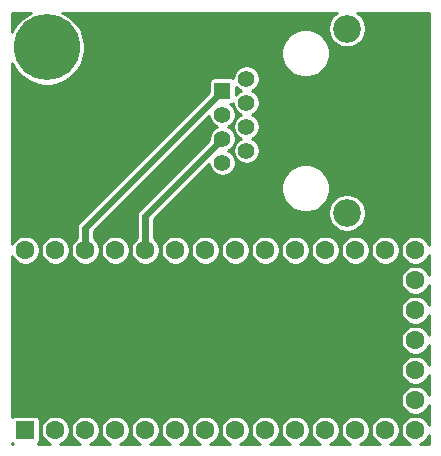
<source format=gbr>
%TF.GenerationSoftware,KiCad,Pcbnew,(5.1.8-0-10_14)*%
%TF.CreationDate,2021-03-11T09:37:04+11:00*%
%TF.ProjectId,Controller,436f6e74-726f-46c6-9c65-722e6b696361,rev?*%
%TF.SameCoordinates,Original*%
%TF.FileFunction,Copper,L1,Top*%
%TF.FilePolarity,Positive*%
%FSLAX46Y46*%
G04 Gerber Fmt 4.6, Leading zero omitted, Abs format (unit mm)*
G04 Created by KiCad (PCBNEW (5.1.8-0-10_14)) date 2021-03-11 09:37:04*
%MOMM*%
%LPD*%
G01*
G04 APERTURE LIST*
%TA.AperFunction,ComponentPad*%
%ADD10R,1.398000X1.398000*%
%TD*%
%TA.AperFunction,ComponentPad*%
%ADD11C,1.398000*%
%TD*%
%TA.AperFunction,ComponentPad*%
%ADD12C,2.355000*%
%TD*%
%TA.AperFunction,ComponentPad*%
%ADD13C,1.600000*%
%TD*%
%TA.AperFunction,ComponentPad*%
%ADD14R,1.600000X1.600000*%
%TD*%
%TA.AperFunction,ComponentPad*%
%ADD15C,5.600000*%
%TD*%
%TA.AperFunction,Conductor*%
%ADD16C,0.600000*%
%TD*%
%TA.AperFunction,NonConductor*%
%ADD17C,0.254000*%
%TD*%
%TA.AperFunction,NonConductor*%
%ADD18C,0.100000*%
%TD*%
G04 APERTURE END LIST*
D10*
%TO.P,J2,1*%
%TO.N,N/C*%
X145670000Y-82365000D03*
D11*
%TO.P,J2,2*%
X147700000Y-81345000D03*
%TO.P,J2,3*%
X147700000Y-83375000D03*
%TO.P,J2,4*%
X147700000Y-85405000D03*
%TO.P,J2,5*%
X145670000Y-84395000D03*
%TO.P,J2,6*%
X145670000Y-86425000D03*
%TO.P,J2,7*%
X145670000Y-88455000D03*
%TO.P,J2,8*%
X147700000Y-87435000D03*
D12*
%TO.P,J2,S1*%
X156210000Y-92700000D03*
%TO.P,J2,S2*%
X156210000Y-77100000D03*
%TD*%
D13*
%TO.P,U2,17*%
%TO.N,N/C*%
X162000000Y-103480000D03*
%TO.P,U2,18*%
X162000000Y-100940000D03*
%TO.P,U2,19*%
X162000000Y-98400000D03*
%TO.P,U2,20*%
X162000000Y-95860000D03*
%TO.P,U2,16*%
X162000000Y-106020000D03*
%TO.P,U2,15*%
X162000000Y-108560000D03*
%TO.P,U2,14*%
X162000000Y-111100000D03*
%TO.P,U2,21*%
X159460000Y-95860000D03*
%TO.P,U2,22*%
X156920000Y-95860000D03*
%TO.P,U2,23*%
X154380000Y-95860000D03*
%TO.P,U2,24*%
X151840000Y-95860000D03*
%TO.P,U2,25*%
X149300000Y-95860000D03*
%TO.P,U2,26*%
X146760000Y-95860000D03*
%TO.P,U2,27*%
X144220000Y-95860000D03*
%TO.P,U2,28*%
X141680000Y-95860000D03*
%TO.P,U2,29*%
X139140000Y-95860000D03*
%TO.P,U2,30*%
X136600000Y-95860000D03*
%TO.P,U2,31*%
X134060000Y-95860000D03*
%TO.P,U2,32*%
X131520000Y-95860000D03*
%TO.P,U2,33*%
X128980000Y-95860000D03*
%TO.P,U2,13*%
X159460000Y-111100000D03*
%TO.P,U2,12*%
X156920000Y-111100000D03*
%TO.P,U2,11*%
X154380000Y-111100000D03*
%TO.P,U2,10*%
X151840000Y-111100000D03*
%TO.P,U2,9*%
X149300000Y-111100000D03*
%TO.P,U2,8*%
X146760000Y-111100000D03*
%TO.P,U2,7*%
X144220000Y-111100000D03*
%TO.P,U2,6*%
X141680000Y-111100000D03*
%TO.P,U2,5*%
X139140000Y-111100000D03*
%TO.P,U2,4*%
X136600000Y-111100000D03*
%TO.P,U2,3*%
X134060000Y-111100000D03*
%TO.P,U2,2*%
X131520000Y-111100000D03*
D14*
%TO.P,U2,1*%
X128980000Y-111100000D03*
%TD*%
D15*
%TO.P,REF\u002A\u002A,1*%
%TO.N,N/C*%
X130800000Y-78700000D03*
%TD*%
D16*
%TO.N,*%
X134060000Y-93975000D02*
X145670000Y-82365000D01*
X134060000Y-95860000D02*
X134060000Y-93975000D01*
X139140000Y-92955000D02*
X139140000Y-95860000D01*
X145670000Y-86425000D02*
X139140000Y-92955000D01*
%TD*%
D17*
X127876605Y-112203395D02*
X127930956Y-112248000D01*
X127852000Y-112248000D01*
X127852000Y-112173414D01*
X127876605Y-112203395D01*
%TA.AperFunction,NonConductor*%
D18*
G36*
X127876605Y-112203395D02*
G01*
X127930956Y-112248000D01*
X127852000Y-112248000D01*
X127852000Y-112173414D01*
X127876605Y-112203395D01*
G37*
%TD.AperFunction*%
D17*
X163148001Y-112248000D02*
X162434788Y-112248000D01*
X162581202Y-112187353D01*
X162782167Y-112053073D01*
X162953073Y-111882167D01*
X163087353Y-111681202D01*
X163148001Y-111534786D01*
X163148001Y-112248000D01*
%TA.AperFunction,NonConductor*%
D18*
G36*
X163148001Y-112248000D02*
G01*
X162434788Y-112248000D01*
X162581202Y-112187353D01*
X162782167Y-112053073D01*
X162953073Y-111882167D01*
X163087353Y-111681202D01*
X163148001Y-111534786D01*
X163148001Y-112248000D01*
G37*
%TD.AperFunction*%
D17*
X155187191Y-75853704D02*
X154963704Y-76077191D01*
X154788111Y-76339984D01*
X154667161Y-76631985D01*
X154605500Y-76941971D01*
X154605500Y-77258029D01*
X154667161Y-77568015D01*
X154788111Y-77860016D01*
X154963704Y-78122809D01*
X155187191Y-78346296D01*
X155449984Y-78521889D01*
X155741985Y-78642839D01*
X156051971Y-78704500D01*
X156368029Y-78704500D01*
X156678015Y-78642839D01*
X156970016Y-78521889D01*
X157232809Y-78346296D01*
X157456296Y-78122809D01*
X157631889Y-77860016D01*
X157752839Y-77568015D01*
X157814500Y-77258029D01*
X157814500Y-76941971D01*
X157752839Y-76631985D01*
X157631889Y-76339984D01*
X157456296Y-76077191D01*
X157232809Y-75853704D01*
X157080598Y-75752000D01*
X163148000Y-75752000D01*
X163148001Y-95425213D01*
X163087353Y-95278798D01*
X162953073Y-95077833D01*
X162782167Y-94906927D01*
X162581202Y-94772647D01*
X162357903Y-94680153D01*
X162120849Y-94633000D01*
X161879151Y-94633000D01*
X161642097Y-94680153D01*
X161418798Y-94772647D01*
X161217833Y-94906927D01*
X161046927Y-95077833D01*
X160912647Y-95278798D01*
X160820153Y-95502097D01*
X160773000Y-95739151D01*
X160773000Y-95980849D01*
X160820153Y-96217903D01*
X160912647Y-96441202D01*
X161046927Y-96642167D01*
X161217833Y-96813073D01*
X161418798Y-96947353D01*
X161642097Y-97039847D01*
X161879151Y-97087000D01*
X162120849Y-97087000D01*
X162357903Y-97039847D01*
X162581202Y-96947353D01*
X162782167Y-96813073D01*
X162953073Y-96642167D01*
X163087353Y-96441202D01*
X163148001Y-96294787D01*
X163148001Y-97965213D01*
X163087353Y-97818798D01*
X162953073Y-97617833D01*
X162782167Y-97446927D01*
X162581202Y-97312647D01*
X162357903Y-97220153D01*
X162120849Y-97173000D01*
X161879151Y-97173000D01*
X161642097Y-97220153D01*
X161418798Y-97312647D01*
X161217833Y-97446927D01*
X161046927Y-97617833D01*
X160912647Y-97818798D01*
X160820153Y-98042097D01*
X160773000Y-98279151D01*
X160773000Y-98520849D01*
X160820153Y-98757903D01*
X160912647Y-98981202D01*
X161046927Y-99182167D01*
X161217833Y-99353073D01*
X161418798Y-99487353D01*
X161642097Y-99579847D01*
X161879151Y-99627000D01*
X162120849Y-99627000D01*
X162357903Y-99579847D01*
X162581202Y-99487353D01*
X162782167Y-99353073D01*
X162953073Y-99182167D01*
X163087353Y-98981202D01*
X163148001Y-98834787D01*
X163148001Y-100505214D01*
X163087353Y-100358798D01*
X162953073Y-100157833D01*
X162782167Y-99986927D01*
X162581202Y-99852647D01*
X162357903Y-99760153D01*
X162120849Y-99713000D01*
X161879151Y-99713000D01*
X161642097Y-99760153D01*
X161418798Y-99852647D01*
X161217833Y-99986927D01*
X161046927Y-100157833D01*
X160912647Y-100358798D01*
X160820153Y-100582097D01*
X160773000Y-100819151D01*
X160773000Y-101060849D01*
X160820153Y-101297903D01*
X160912647Y-101521202D01*
X161046927Y-101722167D01*
X161217833Y-101893073D01*
X161418798Y-102027353D01*
X161642097Y-102119847D01*
X161879151Y-102167000D01*
X162120849Y-102167000D01*
X162357903Y-102119847D01*
X162581202Y-102027353D01*
X162782167Y-101893073D01*
X162953073Y-101722167D01*
X163087353Y-101521202D01*
X163148001Y-101374786D01*
X163148001Y-103045214D01*
X163087353Y-102898798D01*
X162953073Y-102697833D01*
X162782167Y-102526927D01*
X162581202Y-102392647D01*
X162357903Y-102300153D01*
X162120849Y-102253000D01*
X161879151Y-102253000D01*
X161642097Y-102300153D01*
X161418798Y-102392647D01*
X161217833Y-102526927D01*
X161046927Y-102697833D01*
X160912647Y-102898798D01*
X160820153Y-103122097D01*
X160773000Y-103359151D01*
X160773000Y-103600849D01*
X160820153Y-103837903D01*
X160912647Y-104061202D01*
X161046927Y-104262167D01*
X161217833Y-104433073D01*
X161418798Y-104567353D01*
X161642097Y-104659847D01*
X161879151Y-104707000D01*
X162120849Y-104707000D01*
X162357903Y-104659847D01*
X162581202Y-104567353D01*
X162782167Y-104433073D01*
X162953073Y-104262167D01*
X163087353Y-104061202D01*
X163148001Y-103914786D01*
X163148001Y-105585214D01*
X163087353Y-105438798D01*
X162953073Y-105237833D01*
X162782167Y-105066927D01*
X162581202Y-104932647D01*
X162357903Y-104840153D01*
X162120849Y-104793000D01*
X161879151Y-104793000D01*
X161642097Y-104840153D01*
X161418798Y-104932647D01*
X161217833Y-105066927D01*
X161046927Y-105237833D01*
X160912647Y-105438798D01*
X160820153Y-105662097D01*
X160773000Y-105899151D01*
X160773000Y-106140849D01*
X160820153Y-106377903D01*
X160912647Y-106601202D01*
X161046927Y-106802167D01*
X161217833Y-106973073D01*
X161418798Y-107107353D01*
X161642097Y-107199847D01*
X161879151Y-107247000D01*
X162120849Y-107247000D01*
X162357903Y-107199847D01*
X162581202Y-107107353D01*
X162782167Y-106973073D01*
X162953073Y-106802167D01*
X163087353Y-106601202D01*
X163148001Y-106454786D01*
X163148001Y-108125214D01*
X163087353Y-107978798D01*
X162953073Y-107777833D01*
X162782167Y-107606927D01*
X162581202Y-107472647D01*
X162357903Y-107380153D01*
X162120849Y-107333000D01*
X161879151Y-107333000D01*
X161642097Y-107380153D01*
X161418798Y-107472647D01*
X161217833Y-107606927D01*
X161046927Y-107777833D01*
X160912647Y-107978798D01*
X160820153Y-108202097D01*
X160773000Y-108439151D01*
X160773000Y-108680849D01*
X160820153Y-108917903D01*
X160912647Y-109141202D01*
X161046927Y-109342167D01*
X161217833Y-109513073D01*
X161418798Y-109647353D01*
X161642097Y-109739847D01*
X161879151Y-109787000D01*
X162120849Y-109787000D01*
X162357903Y-109739847D01*
X162581202Y-109647353D01*
X162782167Y-109513073D01*
X162953073Y-109342167D01*
X163087353Y-109141202D01*
X163148001Y-108994786D01*
X163148001Y-110665214D01*
X163087353Y-110518798D01*
X162953073Y-110317833D01*
X162782167Y-110146927D01*
X162581202Y-110012647D01*
X162357903Y-109920153D01*
X162120849Y-109873000D01*
X161879151Y-109873000D01*
X161642097Y-109920153D01*
X161418798Y-110012647D01*
X161217833Y-110146927D01*
X161046927Y-110317833D01*
X160912647Y-110518798D01*
X160820153Y-110742097D01*
X160773000Y-110979151D01*
X160773000Y-111220849D01*
X160820153Y-111457903D01*
X160912647Y-111681202D01*
X161046927Y-111882167D01*
X161217833Y-112053073D01*
X161418798Y-112187353D01*
X161565212Y-112248000D01*
X159894788Y-112248000D01*
X160041202Y-112187353D01*
X160242167Y-112053073D01*
X160413073Y-111882167D01*
X160547353Y-111681202D01*
X160639847Y-111457903D01*
X160687000Y-111220849D01*
X160687000Y-110979151D01*
X160639847Y-110742097D01*
X160547353Y-110518798D01*
X160413073Y-110317833D01*
X160242167Y-110146927D01*
X160041202Y-110012647D01*
X159817903Y-109920153D01*
X159580849Y-109873000D01*
X159339151Y-109873000D01*
X159102097Y-109920153D01*
X158878798Y-110012647D01*
X158677833Y-110146927D01*
X158506927Y-110317833D01*
X158372647Y-110518798D01*
X158280153Y-110742097D01*
X158233000Y-110979151D01*
X158233000Y-111220849D01*
X158280153Y-111457903D01*
X158372647Y-111681202D01*
X158506927Y-111882167D01*
X158677833Y-112053073D01*
X158878798Y-112187353D01*
X159025212Y-112248000D01*
X157354788Y-112248000D01*
X157501202Y-112187353D01*
X157702167Y-112053073D01*
X157873073Y-111882167D01*
X158007353Y-111681202D01*
X158099847Y-111457903D01*
X158147000Y-111220849D01*
X158147000Y-110979151D01*
X158099847Y-110742097D01*
X158007353Y-110518798D01*
X157873073Y-110317833D01*
X157702167Y-110146927D01*
X157501202Y-110012647D01*
X157277903Y-109920153D01*
X157040849Y-109873000D01*
X156799151Y-109873000D01*
X156562097Y-109920153D01*
X156338798Y-110012647D01*
X156137833Y-110146927D01*
X155966927Y-110317833D01*
X155832647Y-110518798D01*
X155740153Y-110742097D01*
X155693000Y-110979151D01*
X155693000Y-111220849D01*
X155740153Y-111457903D01*
X155832647Y-111681202D01*
X155966927Y-111882167D01*
X156137833Y-112053073D01*
X156338798Y-112187353D01*
X156485212Y-112248000D01*
X154814788Y-112248000D01*
X154961202Y-112187353D01*
X155162167Y-112053073D01*
X155333073Y-111882167D01*
X155467353Y-111681202D01*
X155559847Y-111457903D01*
X155607000Y-111220849D01*
X155607000Y-110979151D01*
X155559847Y-110742097D01*
X155467353Y-110518798D01*
X155333073Y-110317833D01*
X155162167Y-110146927D01*
X154961202Y-110012647D01*
X154737903Y-109920153D01*
X154500849Y-109873000D01*
X154259151Y-109873000D01*
X154022097Y-109920153D01*
X153798798Y-110012647D01*
X153597833Y-110146927D01*
X153426927Y-110317833D01*
X153292647Y-110518798D01*
X153200153Y-110742097D01*
X153153000Y-110979151D01*
X153153000Y-111220849D01*
X153200153Y-111457903D01*
X153292647Y-111681202D01*
X153426927Y-111882167D01*
X153597833Y-112053073D01*
X153798798Y-112187353D01*
X153945212Y-112248000D01*
X152274788Y-112248000D01*
X152421202Y-112187353D01*
X152622167Y-112053073D01*
X152793073Y-111882167D01*
X152927353Y-111681202D01*
X153019847Y-111457903D01*
X153067000Y-111220849D01*
X153067000Y-110979151D01*
X153019847Y-110742097D01*
X152927353Y-110518798D01*
X152793073Y-110317833D01*
X152622167Y-110146927D01*
X152421202Y-110012647D01*
X152197903Y-109920153D01*
X151960849Y-109873000D01*
X151719151Y-109873000D01*
X151482097Y-109920153D01*
X151258798Y-110012647D01*
X151057833Y-110146927D01*
X150886927Y-110317833D01*
X150752647Y-110518798D01*
X150660153Y-110742097D01*
X150613000Y-110979151D01*
X150613000Y-111220849D01*
X150660153Y-111457903D01*
X150752647Y-111681202D01*
X150886927Y-111882167D01*
X151057833Y-112053073D01*
X151258798Y-112187353D01*
X151405212Y-112248000D01*
X149734788Y-112248000D01*
X149881202Y-112187353D01*
X150082167Y-112053073D01*
X150253073Y-111882167D01*
X150387353Y-111681202D01*
X150479847Y-111457903D01*
X150527000Y-111220849D01*
X150527000Y-110979151D01*
X150479847Y-110742097D01*
X150387353Y-110518798D01*
X150253073Y-110317833D01*
X150082167Y-110146927D01*
X149881202Y-110012647D01*
X149657903Y-109920153D01*
X149420849Y-109873000D01*
X149179151Y-109873000D01*
X148942097Y-109920153D01*
X148718798Y-110012647D01*
X148517833Y-110146927D01*
X148346927Y-110317833D01*
X148212647Y-110518798D01*
X148120153Y-110742097D01*
X148073000Y-110979151D01*
X148073000Y-111220849D01*
X148120153Y-111457903D01*
X148212647Y-111681202D01*
X148346927Y-111882167D01*
X148517833Y-112053073D01*
X148718798Y-112187353D01*
X148865212Y-112248000D01*
X147194788Y-112248000D01*
X147341202Y-112187353D01*
X147542167Y-112053073D01*
X147713073Y-111882167D01*
X147847353Y-111681202D01*
X147939847Y-111457903D01*
X147987000Y-111220849D01*
X147987000Y-110979151D01*
X147939847Y-110742097D01*
X147847353Y-110518798D01*
X147713073Y-110317833D01*
X147542167Y-110146927D01*
X147341202Y-110012647D01*
X147117903Y-109920153D01*
X146880849Y-109873000D01*
X146639151Y-109873000D01*
X146402097Y-109920153D01*
X146178798Y-110012647D01*
X145977833Y-110146927D01*
X145806927Y-110317833D01*
X145672647Y-110518798D01*
X145580153Y-110742097D01*
X145533000Y-110979151D01*
X145533000Y-111220849D01*
X145580153Y-111457903D01*
X145672647Y-111681202D01*
X145806927Y-111882167D01*
X145977833Y-112053073D01*
X146178798Y-112187353D01*
X146325212Y-112248000D01*
X144654788Y-112248000D01*
X144801202Y-112187353D01*
X145002167Y-112053073D01*
X145173073Y-111882167D01*
X145307353Y-111681202D01*
X145399847Y-111457903D01*
X145447000Y-111220849D01*
X145447000Y-110979151D01*
X145399847Y-110742097D01*
X145307353Y-110518798D01*
X145173073Y-110317833D01*
X145002167Y-110146927D01*
X144801202Y-110012647D01*
X144577903Y-109920153D01*
X144340849Y-109873000D01*
X144099151Y-109873000D01*
X143862097Y-109920153D01*
X143638798Y-110012647D01*
X143437833Y-110146927D01*
X143266927Y-110317833D01*
X143132647Y-110518798D01*
X143040153Y-110742097D01*
X142993000Y-110979151D01*
X142993000Y-111220849D01*
X143040153Y-111457903D01*
X143132647Y-111681202D01*
X143266927Y-111882167D01*
X143437833Y-112053073D01*
X143638798Y-112187353D01*
X143785212Y-112248000D01*
X142114788Y-112248000D01*
X142261202Y-112187353D01*
X142462167Y-112053073D01*
X142633073Y-111882167D01*
X142767353Y-111681202D01*
X142859847Y-111457903D01*
X142907000Y-111220849D01*
X142907000Y-110979151D01*
X142859847Y-110742097D01*
X142767353Y-110518798D01*
X142633073Y-110317833D01*
X142462167Y-110146927D01*
X142261202Y-110012647D01*
X142037903Y-109920153D01*
X141800849Y-109873000D01*
X141559151Y-109873000D01*
X141322097Y-109920153D01*
X141098798Y-110012647D01*
X140897833Y-110146927D01*
X140726927Y-110317833D01*
X140592647Y-110518798D01*
X140500153Y-110742097D01*
X140453000Y-110979151D01*
X140453000Y-111220849D01*
X140500153Y-111457903D01*
X140592647Y-111681202D01*
X140726927Y-111882167D01*
X140897833Y-112053073D01*
X141098798Y-112187353D01*
X141245212Y-112248000D01*
X139574788Y-112248000D01*
X139721202Y-112187353D01*
X139922167Y-112053073D01*
X140093073Y-111882167D01*
X140227353Y-111681202D01*
X140319847Y-111457903D01*
X140367000Y-111220849D01*
X140367000Y-110979151D01*
X140319847Y-110742097D01*
X140227353Y-110518798D01*
X140093073Y-110317833D01*
X139922167Y-110146927D01*
X139721202Y-110012647D01*
X139497903Y-109920153D01*
X139260849Y-109873000D01*
X139019151Y-109873000D01*
X138782097Y-109920153D01*
X138558798Y-110012647D01*
X138357833Y-110146927D01*
X138186927Y-110317833D01*
X138052647Y-110518798D01*
X137960153Y-110742097D01*
X137913000Y-110979151D01*
X137913000Y-111220849D01*
X137960153Y-111457903D01*
X138052647Y-111681202D01*
X138186927Y-111882167D01*
X138357833Y-112053073D01*
X138558798Y-112187353D01*
X138705212Y-112248000D01*
X137034788Y-112248000D01*
X137181202Y-112187353D01*
X137382167Y-112053073D01*
X137553073Y-111882167D01*
X137687353Y-111681202D01*
X137779847Y-111457903D01*
X137827000Y-111220849D01*
X137827000Y-110979151D01*
X137779847Y-110742097D01*
X137687353Y-110518798D01*
X137553073Y-110317833D01*
X137382167Y-110146927D01*
X137181202Y-110012647D01*
X136957903Y-109920153D01*
X136720849Y-109873000D01*
X136479151Y-109873000D01*
X136242097Y-109920153D01*
X136018798Y-110012647D01*
X135817833Y-110146927D01*
X135646927Y-110317833D01*
X135512647Y-110518798D01*
X135420153Y-110742097D01*
X135373000Y-110979151D01*
X135373000Y-111220849D01*
X135420153Y-111457903D01*
X135512647Y-111681202D01*
X135646927Y-111882167D01*
X135817833Y-112053073D01*
X136018798Y-112187353D01*
X136165212Y-112248000D01*
X134494788Y-112248000D01*
X134641202Y-112187353D01*
X134842167Y-112053073D01*
X135013073Y-111882167D01*
X135147353Y-111681202D01*
X135239847Y-111457903D01*
X135287000Y-111220849D01*
X135287000Y-110979151D01*
X135239847Y-110742097D01*
X135147353Y-110518798D01*
X135013073Y-110317833D01*
X134842167Y-110146927D01*
X134641202Y-110012647D01*
X134417903Y-109920153D01*
X134180849Y-109873000D01*
X133939151Y-109873000D01*
X133702097Y-109920153D01*
X133478798Y-110012647D01*
X133277833Y-110146927D01*
X133106927Y-110317833D01*
X132972647Y-110518798D01*
X132880153Y-110742097D01*
X132833000Y-110979151D01*
X132833000Y-111220849D01*
X132880153Y-111457903D01*
X132972647Y-111681202D01*
X133106927Y-111882167D01*
X133277833Y-112053073D01*
X133478798Y-112187353D01*
X133625212Y-112248000D01*
X131954788Y-112248000D01*
X132101202Y-112187353D01*
X132302167Y-112053073D01*
X132473073Y-111882167D01*
X132607353Y-111681202D01*
X132699847Y-111457903D01*
X132747000Y-111220849D01*
X132747000Y-110979151D01*
X132699847Y-110742097D01*
X132607353Y-110518798D01*
X132473073Y-110317833D01*
X132302167Y-110146927D01*
X132101202Y-110012647D01*
X131877903Y-109920153D01*
X131640849Y-109873000D01*
X131399151Y-109873000D01*
X131162097Y-109920153D01*
X130938798Y-110012647D01*
X130737833Y-110146927D01*
X130566927Y-110317833D01*
X130432647Y-110518798D01*
X130340153Y-110742097D01*
X130293000Y-110979151D01*
X130293000Y-111220849D01*
X130340153Y-111457903D01*
X130432647Y-111681202D01*
X130566927Y-111882167D01*
X130737833Y-112053073D01*
X130938798Y-112187353D01*
X131085212Y-112248000D01*
X130029044Y-112248000D01*
X130083395Y-112203395D01*
X130136755Y-112138376D01*
X130176405Y-112064196D01*
X130200822Y-111983707D01*
X130209066Y-111900000D01*
X130209066Y-110300000D01*
X130200822Y-110216293D01*
X130176405Y-110135804D01*
X130136755Y-110061624D01*
X130083395Y-109996605D01*
X130018376Y-109943245D01*
X129944196Y-109903595D01*
X129863707Y-109879178D01*
X129780000Y-109870934D01*
X128180000Y-109870934D01*
X128096293Y-109879178D01*
X128015804Y-109903595D01*
X127941624Y-109943245D01*
X127876605Y-109996605D01*
X127852000Y-110026586D01*
X127852000Y-96343072D01*
X127892647Y-96441202D01*
X128026927Y-96642167D01*
X128197833Y-96813073D01*
X128398798Y-96947353D01*
X128622097Y-97039847D01*
X128859151Y-97087000D01*
X129100849Y-97087000D01*
X129337903Y-97039847D01*
X129561202Y-96947353D01*
X129762167Y-96813073D01*
X129933073Y-96642167D01*
X130067353Y-96441202D01*
X130159847Y-96217903D01*
X130207000Y-95980849D01*
X130207000Y-95739151D01*
X130293000Y-95739151D01*
X130293000Y-95980849D01*
X130340153Y-96217903D01*
X130432647Y-96441202D01*
X130566927Y-96642167D01*
X130737833Y-96813073D01*
X130938798Y-96947353D01*
X131162097Y-97039847D01*
X131399151Y-97087000D01*
X131640849Y-97087000D01*
X131877903Y-97039847D01*
X132101202Y-96947353D01*
X132302167Y-96813073D01*
X132473073Y-96642167D01*
X132607353Y-96441202D01*
X132699847Y-96217903D01*
X132747000Y-95980849D01*
X132747000Y-95739151D01*
X132833000Y-95739151D01*
X132833000Y-95980849D01*
X132880153Y-96217903D01*
X132972647Y-96441202D01*
X133106927Y-96642167D01*
X133277833Y-96813073D01*
X133478798Y-96947353D01*
X133702097Y-97039847D01*
X133939151Y-97087000D01*
X134180849Y-97087000D01*
X134417903Y-97039847D01*
X134641202Y-96947353D01*
X134842167Y-96813073D01*
X135013073Y-96642167D01*
X135147353Y-96441202D01*
X135239847Y-96217903D01*
X135287000Y-95980849D01*
X135287000Y-95739151D01*
X135373000Y-95739151D01*
X135373000Y-95980849D01*
X135420153Y-96217903D01*
X135512647Y-96441202D01*
X135646927Y-96642167D01*
X135817833Y-96813073D01*
X136018798Y-96947353D01*
X136242097Y-97039847D01*
X136479151Y-97087000D01*
X136720849Y-97087000D01*
X136957903Y-97039847D01*
X137181202Y-96947353D01*
X137382167Y-96813073D01*
X137553073Y-96642167D01*
X137687353Y-96441202D01*
X137779847Y-96217903D01*
X137827000Y-95980849D01*
X137827000Y-95739151D01*
X137779847Y-95502097D01*
X137687353Y-95278798D01*
X137553073Y-95077833D01*
X137382167Y-94906927D01*
X137181202Y-94772647D01*
X136957903Y-94680153D01*
X136720849Y-94633000D01*
X136479151Y-94633000D01*
X136242097Y-94680153D01*
X136018798Y-94772647D01*
X135817833Y-94906927D01*
X135646927Y-95077833D01*
X135512647Y-95278798D01*
X135420153Y-95502097D01*
X135373000Y-95739151D01*
X135287000Y-95739151D01*
X135239847Y-95502097D01*
X135147353Y-95278798D01*
X135013073Y-95077833D01*
X134842167Y-94906927D01*
X134787000Y-94870066D01*
X134787000Y-94276132D01*
X144546195Y-84516938D01*
X144587272Y-84723442D01*
X144672152Y-84928361D01*
X144795379Y-85112783D01*
X144952217Y-85269621D01*
X145136639Y-85392848D01*
X145178048Y-85410000D01*
X145136639Y-85427152D01*
X144952217Y-85550379D01*
X144795379Y-85707217D01*
X144672152Y-85891639D01*
X144587272Y-86096558D01*
X144544000Y-86314099D01*
X144544000Y-86522867D01*
X138651190Y-92415678D01*
X138623446Y-92438447D01*
X138538487Y-92541971D01*
X138532598Y-92549147D01*
X138465090Y-92675444D01*
X138423520Y-92812483D01*
X138409483Y-92955000D01*
X138413000Y-92990708D01*
X138413001Y-94870065D01*
X138357833Y-94906927D01*
X138186927Y-95077833D01*
X138052647Y-95278798D01*
X137960153Y-95502097D01*
X137913000Y-95739151D01*
X137913000Y-95980849D01*
X137960153Y-96217903D01*
X138052647Y-96441202D01*
X138186927Y-96642167D01*
X138357833Y-96813073D01*
X138558798Y-96947353D01*
X138782097Y-97039847D01*
X139019151Y-97087000D01*
X139260849Y-97087000D01*
X139497903Y-97039847D01*
X139721202Y-96947353D01*
X139922167Y-96813073D01*
X140093073Y-96642167D01*
X140227353Y-96441202D01*
X140319847Y-96217903D01*
X140367000Y-95980849D01*
X140367000Y-95739151D01*
X140453000Y-95739151D01*
X140453000Y-95980849D01*
X140500153Y-96217903D01*
X140592647Y-96441202D01*
X140726927Y-96642167D01*
X140897833Y-96813073D01*
X141098798Y-96947353D01*
X141322097Y-97039847D01*
X141559151Y-97087000D01*
X141800849Y-97087000D01*
X142037903Y-97039847D01*
X142261202Y-96947353D01*
X142462167Y-96813073D01*
X142633073Y-96642167D01*
X142767353Y-96441202D01*
X142859847Y-96217903D01*
X142907000Y-95980849D01*
X142907000Y-95739151D01*
X142993000Y-95739151D01*
X142993000Y-95980849D01*
X143040153Y-96217903D01*
X143132647Y-96441202D01*
X143266927Y-96642167D01*
X143437833Y-96813073D01*
X143638798Y-96947353D01*
X143862097Y-97039847D01*
X144099151Y-97087000D01*
X144340849Y-97087000D01*
X144577903Y-97039847D01*
X144801202Y-96947353D01*
X145002167Y-96813073D01*
X145173073Y-96642167D01*
X145307353Y-96441202D01*
X145399847Y-96217903D01*
X145447000Y-95980849D01*
X145447000Y-95739151D01*
X145533000Y-95739151D01*
X145533000Y-95980849D01*
X145580153Y-96217903D01*
X145672647Y-96441202D01*
X145806927Y-96642167D01*
X145977833Y-96813073D01*
X146178798Y-96947353D01*
X146402097Y-97039847D01*
X146639151Y-97087000D01*
X146880849Y-97087000D01*
X147117903Y-97039847D01*
X147341202Y-96947353D01*
X147542167Y-96813073D01*
X147713073Y-96642167D01*
X147847353Y-96441202D01*
X147939847Y-96217903D01*
X147987000Y-95980849D01*
X147987000Y-95739151D01*
X148073000Y-95739151D01*
X148073000Y-95980849D01*
X148120153Y-96217903D01*
X148212647Y-96441202D01*
X148346927Y-96642167D01*
X148517833Y-96813073D01*
X148718798Y-96947353D01*
X148942097Y-97039847D01*
X149179151Y-97087000D01*
X149420849Y-97087000D01*
X149657903Y-97039847D01*
X149881202Y-96947353D01*
X150082167Y-96813073D01*
X150253073Y-96642167D01*
X150387353Y-96441202D01*
X150479847Y-96217903D01*
X150527000Y-95980849D01*
X150527000Y-95739151D01*
X150613000Y-95739151D01*
X150613000Y-95980849D01*
X150660153Y-96217903D01*
X150752647Y-96441202D01*
X150886927Y-96642167D01*
X151057833Y-96813073D01*
X151258798Y-96947353D01*
X151482097Y-97039847D01*
X151719151Y-97087000D01*
X151960849Y-97087000D01*
X152197903Y-97039847D01*
X152421202Y-96947353D01*
X152622167Y-96813073D01*
X152793073Y-96642167D01*
X152927353Y-96441202D01*
X153019847Y-96217903D01*
X153067000Y-95980849D01*
X153067000Y-95739151D01*
X153153000Y-95739151D01*
X153153000Y-95980849D01*
X153200153Y-96217903D01*
X153292647Y-96441202D01*
X153426927Y-96642167D01*
X153597833Y-96813073D01*
X153798798Y-96947353D01*
X154022097Y-97039847D01*
X154259151Y-97087000D01*
X154500849Y-97087000D01*
X154737903Y-97039847D01*
X154961202Y-96947353D01*
X155162167Y-96813073D01*
X155333073Y-96642167D01*
X155467353Y-96441202D01*
X155559847Y-96217903D01*
X155607000Y-95980849D01*
X155607000Y-95739151D01*
X155693000Y-95739151D01*
X155693000Y-95980849D01*
X155740153Y-96217903D01*
X155832647Y-96441202D01*
X155966927Y-96642167D01*
X156137833Y-96813073D01*
X156338798Y-96947353D01*
X156562097Y-97039847D01*
X156799151Y-97087000D01*
X157040849Y-97087000D01*
X157277903Y-97039847D01*
X157501202Y-96947353D01*
X157702167Y-96813073D01*
X157873073Y-96642167D01*
X158007353Y-96441202D01*
X158099847Y-96217903D01*
X158147000Y-95980849D01*
X158147000Y-95739151D01*
X158233000Y-95739151D01*
X158233000Y-95980849D01*
X158280153Y-96217903D01*
X158372647Y-96441202D01*
X158506927Y-96642167D01*
X158677833Y-96813073D01*
X158878798Y-96947353D01*
X159102097Y-97039847D01*
X159339151Y-97087000D01*
X159580849Y-97087000D01*
X159817903Y-97039847D01*
X160041202Y-96947353D01*
X160242167Y-96813073D01*
X160413073Y-96642167D01*
X160547353Y-96441202D01*
X160639847Y-96217903D01*
X160687000Y-95980849D01*
X160687000Y-95739151D01*
X160639847Y-95502097D01*
X160547353Y-95278798D01*
X160413073Y-95077833D01*
X160242167Y-94906927D01*
X160041202Y-94772647D01*
X159817903Y-94680153D01*
X159580849Y-94633000D01*
X159339151Y-94633000D01*
X159102097Y-94680153D01*
X158878798Y-94772647D01*
X158677833Y-94906927D01*
X158506927Y-95077833D01*
X158372647Y-95278798D01*
X158280153Y-95502097D01*
X158233000Y-95739151D01*
X158147000Y-95739151D01*
X158099847Y-95502097D01*
X158007353Y-95278798D01*
X157873073Y-95077833D01*
X157702167Y-94906927D01*
X157501202Y-94772647D01*
X157277903Y-94680153D01*
X157040849Y-94633000D01*
X156799151Y-94633000D01*
X156562097Y-94680153D01*
X156338798Y-94772647D01*
X156137833Y-94906927D01*
X155966927Y-95077833D01*
X155832647Y-95278798D01*
X155740153Y-95502097D01*
X155693000Y-95739151D01*
X155607000Y-95739151D01*
X155559847Y-95502097D01*
X155467353Y-95278798D01*
X155333073Y-95077833D01*
X155162167Y-94906927D01*
X154961202Y-94772647D01*
X154737903Y-94680153D01*
X154500849Y-94633000D01*
X154259151Y-94633000D01*
X154022097Y-94680153D01*
X153798798Y-94772647D01*
X153597833Y-94906927D01*
X153426927Y-95077833D01*
X153292647Y-95278798D01*
X153200153Y-95502097D01*
X153153000Y-95739151D01*
X153067000Y-95739151D01*
X153019847Y-95502097D01*
X152927353Y-95278798D01*
X152793073Y-95077833D01*
X152622167Y-94906927D01*
X152421202Y-94772647D01*
X152197903Y-94680153D01*
X151960849Y-94633000D01*
X151719151Y-94633000D01*
X151482097Y-94680153D01*
X151258798Y-94772647D01*
X151057833Y-94906927D01*
X150886927Y-95077833D01*
X150752647Y-95278798D01*
X150660153Y-95502097D01*
X150613000Y-95739151D01*
X150527000Y-95739151D01*
X150479847Y-95502097D01*
X150387353Y-95278798D01*
X150253073Y-95077833D01*
X150082167Y-94906927D01*
X149881202Y-94772647D01*
X149657903Y-94680153D01*
X149420849Y-94633000D01*
X149179151Y-94633000D01*
X148942097Y-94680153D01*
X148718798Y-94772647D01*
X148517833Y-94906927D01*
X148346927Y-95077833D01*
X148212647Y-95278798D01*
X148120153Y-95502097D01*
X148073000Y-95739151D01*
X147987000Y-95739151D01*
X147939847Y-95502097D01*
X147847353Y-95278798D01*
X147713073Y-95077833D01*
X147542167Y-94906927D01*
X147341202Y-94772647D01*
X147117903Y-94680153D01*
X146880849Y-94633000D01*
X146639151Y-94633000D01*
X146402097Y-94680153D01*
X146178798Y-94772647D01*
X145977833Y-94906927D01*
X145806927Y-95077833D01*
X145672647Y-95278798D01*
X145580153Y-95502097D01*
X145533000Y-95739151D01*
X145447000Y-95739151D01*
X145399847Y-95502097D01*
X145307353Y-95278798D01*
X145173073Y-95077833D01*
X145002167Y-94906927D01*
X144801202Y-94772647D01*
X144577903Y-94680153D01*
X144340849Y-94633000D01*
X144099151Y-94633000D01*
X143862097Y-94680153D01*
X143638798Y-94772647D01*
X143437833Y-94906927D01*
X143266927Y-95077833D01*
X143132647Y-95278798D01*
X143040153Y-95502097D01*
X142993000Y-95739151D01*
X142907000Y-95739151D01*
X142859847Y-95502097D01*
X142767353Y-95278798D01*
X142633073Y-95077833D01*
X142462167Y-94906927D01*
X142261202Y-94772647D01*
X142037903Y-94680153D01*
X141800849Y-94633000D01*
X141559151Y-94633000D01*
X141322097Y-94680153D01*
X141098798Y-94772647D01*
X140897833Y-94906927D01*
X140726927Y-95077833D01*
X140592647Y-95278798D01*
X140500153Y-95502097D01*
X140453000Y-95739151D01*
X140367000Y-95739151D01*
X140319847Y-95502097D01*
X140227353Y-95278798D01*
X140093073Y-95077833D01*
X139922167Y-94906927D01*
X139867000Y-94870066D01*
X139867000Y-93256132D01*
X142710236Y-90412896D01*
X150648000Y-90412896D01*
X150648000Y-90817104D01*
X150726857Y-91213546D01*
X150881541Y-91586987D01*
X151106107Y-91923074D01*
X151391926Y-92208893D01*
X151728013Y-92433459D01*
X152101454Y-92588143D01*
X152497896Y-92667000D01*
X152902104Y-92667000D01*
X153298546Y-92588143D01*
X153410015Y-92541971D01*
X154605500Y-92541971D01*
X154605500Y-92858029D01*
X154667161Y-93168015D01*
X154788111Y-93460016D01*
X154963704Y-93722809D01*
X155187191Y-93946296D01*
X155449984Y-94121889D01*
X155741985Y-94242839D01*
X156051971Y-94304500D01*
X156368029Y-94304500D01*
X156678015Y-94242839D01*
X156970016Y-94121889D01*
X157232809Y-93946296D01*
X157456296Y-93722809D01*
X157631889Y-93460016D01*
X157752839Y-93168015D01*
X157814500Y-92858029D01*
X157814500Y-92541971D01*
X157752839Y-92231985D01*
X157631889Y-91939984D01*
X157456296Y-91677191D01*
X157232809Y-91453704D01*
X156970016Y-91278111D01*
X156678015Y-91157161D01*
X156368029Y-91095500D01*
X156051971Y-91095500D01*
X155741985Y-91157161D01*
X155449984Y-91278111D01*
X155187191Y-91453704D01*
X154963704Y-91677191D01*
X154788111Y-91939984D01*
X154667161Y-92231985D01*
X154605500Y-92541971D01*
X153410015Y-92541971D01*
X153671987Y-92433459D01*
X154008074Y-92208893D01*
X154293893Y-91923074D01*
X154518459Y-91586987D01*
X154673143Y-91213546D01*
X154752000Y-90817104D01*
X154752000Y-90412896D01*
X154673143Y-90016454D01*
X154518459Y-89643013D01*
X154293893Y-89306926D01*
X154008074Y-89021107D01*
X153671987Y-88796541D01*
X153298546Y-88641857D01*
X152902104Y-88563000D01*
X152497896Y-88563000D01*
X152101454Y-88641857D01*
X151728013Y-88796541D01*
X151391926Y-89021107D01*
X151106107Y-89306926D01*
X150881541Y-89643013D01*
X150726857Y-90016454D01*
X150648000Y-90412896D01*
X142710236Y-90412896D01*
X144546195Y-88576937D01*
X144587272Y-88783442D01*
X144672152Y-88988361D01*
X144795379Y-89172783D01*
X144952217Y-89329621D01*
X145136639Y-89452848D01*
X145341558Y-89537728D01*
X145559099Y-89581000D01*
X145780901Y-89581000D01*
X145998442Y-89537728D01*
X146203361Y-89452848D01*
X146387783Y-89329621D01*
X146544621Y-89172783D01*
X146667848Y-88988361D01*
X146752728Y-88783442D01*
X146796000Y-88565901D01*
X146796000Y-88344099D01*
X146752728Y-88126558D01*
X146667848Y-87921639D01*
X146544621Y-87737217D01*
X146387783Y-87580379D01*
X146203361Y-87457152D01*
X146161952Y-87440000D01*
X146203361Y-87422848D01*
X146387783Y-87299621D01*
X146544621Y-87142783D01*
X146667848Y-86958361D01*
X146752728Y-86753442D01*
X146796000Y-86535901D01*
X146796000Y-86314099D01*
X146752728Y-86096558D01*
X146667848Y-85891639D01*
X146544621Y-85707217D01*
X146387783Y-85550379D01*
X146203361Y-85427152D01*
X146161952Y-85410000D01*
X146203361Y-85392848D01*
X146387783Y-85269621D01*
X146544621Y-85112783D01*
X146667848Y-84928361D01*
X146752728Y-84723442D01*
X146796000Y-84505901D01*
X146796000Y-84284099D01*
X146752728Y-84066558D01*
X146667848Y-83861639D01*
X146544621Y-83677217D01*
X146387783Y-83520379D01*
X146346906Y-83493066D01*
X146369000Y-83493066D01*
X146452707Y-83484822D01*
X146533196Y-83460405D01*
X146574000Y-83438595D01*
X146574000Y-83485901D01*
X146617272Y-83703442D01*
X146702152Y-83908361D01*
X146825379Y-84092783D01*
X146982217Y-84249621D01*
X147166639Y-84372848D01*
X147208048Y-84390000D01*
X147166639Y-84407152D01*
X146982217Y-84530379D01*
X146825379Y-84687217D01*
X146702152Y-84871639D01*
X146617272Y-85076558D01*
X146574000Y-85294099D01*
X146574000Y-85515901D01*
X146617272Y-85733442D01*
X146702152Y-85938361D01*
X146825379Y-86122783D01*
X146982217Y-86279621D01*
X147166639Y-86402848D01*
X147208048Y-86420000D01*
X147166639Y-86437152D01*
X146982217Y-86560379D01*
X146825379Y-86717217D01*
X146702152Y-86901639D01*
X146617272Y-87106558D01*
X146574000Y-87324099D01*
X146574000Y-87545901D01*
X146617272Y-87763442D01*
X146702152Y-87968361D01*
X146825379Y-88152783D01*
X146982217Y-88309621D01*
X147166639Y-88432848D01*
X147371558Y-88517728D01*
X147589099Y-88561000D01*
X147810901Y-88561000D01*
X148028442Y-88517728D01*
X148233361Y-88432848D01*
X148417783Y-88309621D01*
X148574621Y-88152783D01*
X148697848Y-87968361D01*
X148782728Y-87763442D01*
X148826000Y-87545901D01*
X148826000Y-87324099D01*
X148782728Y-87106558D01*
X148697848Y-86901639D01*
X148574621Y-86717217D01*
X148417783Y-86560379D01*
X148233361Y-86437152D01*
X148191952Y-86420000D01*
X148233361Y-86402848D01*
X148417783Y-86279621D01*
X148574621Y-86122783D01*
X148697848Y-85938361D01*
X148782728Y-85733442D01*
X148826000Y-85515901D01*
X148826000Y-85294099D01*
X148782728Y-85076558D01*
X148697848Y-84871639D01*
X148574621Y-84687217D01*
X148417783Y-84530379D01*
X148233361Y-84407152D01*
X148191952Y-84390000D01*
X148233361Y-84372848D01*
X148417783Y-84249621D01*
X148574621Y-84092783D01*
X148697848Y-83908361D01*
X148782728Y-83703442D01*
X148826000Y-83485901D01*
X148826000Y-83264099D01*
X148782728Y-83046558D01*
X148697848Y-82841639D01*
X148574621Y-82657217D01*
X148417783Y-82500379D01*
X148233361Y-82377152D01*
X148191952Y-82360000D01*
X148233361Y-82342848D01*
X148417783Y-82219621D01*
X148574621Y-82062783D01*
X148697848Y-81878361D01*
X148782728Y-81673442D01*
X148826000Y-81455901D01*
X148826000Y-81234099D01*
X148782728Y-81016558D01*
X148697848Y-80811639D01*
X148574621Y-80627217D01*
X148417783Y-80470379D01*
X148233361Y-80347152D01*
X148028442Y-80262272D01*
X147810901Y-80219000D01*
X147589099Y-80219000D01*
X147371558Y-80262272D01*
X147166639Y-80347152D01*
X146982217Y-80470379D01*
X146825379Y-80627217D01*
X146702152Y-80811639D01*
X146617272Y-81016558D01*
X146574000Y-81234099D01*
X146574000Y-81291405D01*
X146533196Y-81269595D01*
X146452707Y-81245178D01*
X146369000Y-81236934D01*
X144971000Y-81236934D01*
X144887293Y-81245178D01*
X144806804Y-81269595D01*
X144732624Y-81309245D01*
X144667605Y-81362605D01*
X144614245Y-81427624D01*
X144574595Y-81501804D01*
X144550178Y-81582293D01*
X144541934Y-81666000D01*
X144541934Y-82464933D01*
X133571189Y-93435679D01*
X133543447Y-93458446D01*
X133458133Y-93562402D01*
X133452598Y-93569147D01*
X133385090Y-93695444D01*
X133343520Y-93832483D01*
X133329483Y-93975000D01*
X133333001Y-94010718D01*
X133333001Y-94870065D01*
X133277833Y-94906927D01*
X133106927Y-95077833D01*
X132972647Y-95278798D01*
X132880153Y-95502097D01*
X132833000Y-95739151D01*
X132747000Y-95739151D01*
X132699847Y-95502097D01*
X132607353Y-95278798D01*
X132473073Y-95077833D01*
X132302167Y-94906927D01*
X132101202Y-94772647D01*
X131877903Y-94680153D01*
X131640849Y-94633000D01*
X131399151Y-94633000D01*
X131162097Y-94680153D01*
X130938798Y-94772647D01*
X130737833Y-94906927D01*
X130566927Y-95077833D01*
X130432647Y-95278798D01*
X130340153Y-95502097D01*
X130293000Y-95739151D01*
X130207000Y-95739151D01*
X130159847Y-95502097D01*
X130067353Y-95278798D01*
X129933073Y-95077833D01*
X129762167Y-94906927D01*
X129561202Y-94772647D01*
X129337903Y-94680153D01*
X129100849Y-94633000D01*
X128859151Y-94633000D01*
X128622097Y-94680153D01*
X128398798Y-94772647D01*
X128197833Y-94906927D01*
X128026927Y-95077833D01*
X127892647Y-95278798D01*
X127852000Y-95376928D01*
X127852000Y-80015455D01*
X127940270Y-80228558D01*
X128293425Y-80757093D01*
X128742907Y-81206575D01*
X129271442Y-81559730D01*
X129858719Y-81802988D01*
X130482168Y-81927000D01*
X131117832Y-81927000D01*
X131741281Y-81802988D01*
X132328558Y-81559730D01*
X132857093Y-81206575D01*
X133306575Y-80757093D01*
X133659730Y-80228558D01*
X133902988Y-79641281D01*
X134027000Y-79017832D01*
X134027000Y-78982896D01*
X150648000Y-78982896D01*
X150648000Y-79387104D01*
X150726857Y-79783546D01*
X150881541Y-80156987D01*
X151106107Y-80493074D01*
X151391926Y-80778893D01*
X151728013Y-81003459D01*
X152101454Y-81158143D01*
X152497896Y-81237000D01*
X152902104Y-81237000D01*
X153298546Y-81158143D01*
X153671987Y-81003459D01*
X154008074Y-80778893D01*
X154293893Y-80493074D01*
X154518459Y-80156987D01*
X154673143Y-79783546D01*
X154752000Y-79387104D01*
X154752000Y-78982896D01*
X154673143Y-78586454D01*
X154518459Y-78213013D01*
X154293893Y-77876926D01*
X154008074Y-77591107D01*
X153671987Y-77366541D01*
X153298546Y-77211857D01*
X152902104Y-77133000D01*
X152497896Y-77133000D01*
X152101454Y-77211857D01*
X151728013Y-77366541D01*
X151391926Y-77591107D01*
X151106107Y-77876926D01*
X150881541Y-78213013D01*
X150726857Y-78586454D01*
X150648000Y-78982896D01*
X134027000Y-78982896D01*
X134027000Y-78382168D01*
X133902988Y-77758719D01*
X133659730Y-77171442D01*
X133306575Y-76642907D01*
X132857093Y-76193425D01*
X132328558Y-75840270D01*
X132115455Y-75752000D01*
X155339402Y-75752000D01*
X155187191Y-75853704D01*
%TA.AperFunction,NonConductor*%
D18*
G36*
X155187191Y-75853704D02*
G01*
X154963704Y-76077191D01*
X154788111Y-76339984D01*
X154667161Y-76631985D01*
X154605500Y-76941971D01*
X154605500Y-77258029D01*
X154667161Y-77568015D01*
X154788111Y-77860016D01*
X154963704Y-78122809D01*
X155187191Y-78346296D01*
X155449984Y-78521889D01*
X155741985Y-78642839D01*
X156051971Y-78704500D01*
X156368029Y-78704500D01*
X156678015Y-78642839D01*
X156970016Y-78521889D01*
X157232809Y-78346296D01*
X157456296Y-78122809D01*
X157631889Y-77860016D01*
X157752839Y-77568015D01*
X157814500Y-77258029D01*
X157814500Y-76941971D01*
X157752839Y-76631985D01*
X157631889Y-76339984D01*
X157456296Y-76077191D01*
X157232809Y-75853704D01*
X157080598Y-75752000D01*
X163148000Y-75752000D01*
X163148001Y-95425213D01*
X163087353Y-95278798D01*
X162953073Y-95077833D01*
X162782167Y-94906927D01*
X162581202Y-94772647D01*
X162357903Y-94680153D01*
X162120849Y-94633000D01*
X161879151Y-94633000D01*
X161642097Y-94680153D01*
X161418798Y-94772647D01*
X161217833Y-94906927D01*
X161046927Y-95077833D01*
X160912647Y-95278798D01*
X160820153Y-95502097D01*
X160773000Y-95739151D01*
X160773000Y-95980849D01*
X160820153Y-96217903D01*
X160912647Y-96441202D01*
X161046927Y-96642167D01*
X161217833Y-96813073D01*
X161418798Y-96947353D01*
X161642097Y-97039847D01*
X161879151Y-97087000D01*
X162120849Y-97087000D01*
X162357903Y-97039847D01*
X162581202Y-96947353D01*
X162782167Y-96813073D01*
X162953073Y-96642167D01*
X163087353Y-96441202D01*
X163148001Y-96294787D01*
X163148001Y-97965213D01*
X163087353Y-97818798D01*
X162953073Y-97617833D01*
X162782167Y-97446927D01*
X162581202Y-97312647D01*
X162357903Y-97220153D01*
X162120849Y-97173000D01*
X161879151Y-97173000D01*
X161642097Y-97220153D01*
X161418798Y-97312647D01*
X161217833Y-97446927D01*
X161046927Y-97617833D01*
X160912647Y-97818798D01*
X160820153Y-98042097D01*
X160773000Y-98279151D01*
X160773000Y-98520849D01*
X160820153Y-98757903D01*
X160912647Y-98981202D01*
X161046927Y-99182167D01*
X161217833Y-99353073D01*
X161418798Y-99487353D01*
X161642097Y-99579847D01*
X161879151Y-99627000D01*
X162120849Y-99627000D01*
X162357903Y-99579847D01*
X162581202Y-99487353D01*
X162782167Y-99353073D01*
X162953073Y-99182167D01*
X163087353Y-98981202D01*
X163148001Y-98834787D01*
X163148001Y-100505214D01*
X163087353Y-100358798D01*
X162953073Y-100157833D01*
X162782167Y-99986927D01*
X162581202Y-99852647D01*
X162357903Y-99760153D01*
X162120849Y-99713000D01*
X161879151Y-99713000D01*
X161642097Y-99760153D01*
X161418798Y-99852647D01*
X161217833Y-99986927D01*
X161046927Y-100157833D01*
X160912647Y-100358798D01*
X160820153Y-100582097D01*
X160773000Y-100819151D01*
X160773000Y-101060849D01*
X160820153Y-101297903D01*
X160912647Y-101521202D01*
X161046927Y-101722167D01*
X161217833Y-101893073D01*
X161418798Y-102027353D01*
X161642097Y-102119847D01*
X161879151Y-102167000D01*
X162120849Y-102167000D01*
X162357903Y-102119847D01*
X162581202Y-102027353D01*
X162782167Y-101893073D01*
X162953073Y-101722167D01*
X163087353Y-101521202D01*
X163148001Y-101374786D01*
X163148001Y-103045214D01*
X163087353Y-102898798D01*
X162953073Y-102697833D01*
X162782167Y-102526927D01*
X162581202Y-102392647D01*
X162357903Y-102300153D01*
X162120849Y-102253000D01*
X161879151Y-102253000D01*
X161642097Y-102300153D01*
X161418798Y-102392647D01*
X161217833Y-102526927D01*
X161046927Y-102697833D01*
X160912647Y-102898798D01*
X160820153Y-103122097D01*
X160773000Y-103359151D01*
X160773000Y-103600849D01*
X160820153Y-103837903D01*
X160912647Y-104061202D01*
X161046927Y-104262167D01*
X161217833Y-104433073D01*
X161418798Y-104567353D01*
X161642097Y-104659847D01*
X161879151Y-104707000D01*
X162120849Y-104707000D01*
X162357903Y-104659847D01*
X162581202Y-104567353D01*
X162782167Y-104433073D01*
X162953073Y-104262167D01*
X163087353Y-104061202D01*
X163148001Y-103914786D01*
X163148001Y-105585214D01*
X163087353Y-105438798D01*
X162953073Y-105237833D01*
X162782167Y-105066927D01*
X162581202Y-104932647D01*
X162357903Y-104840153D01*
X162120849Y-104793000D01*
X161879151Y-104793000D01*
X161642097Y-104840153D01*
X161418798Y-104932647D01*
X161217833Y-105066927D01*
X161046927Y-105237833D01*
X160912647Y-105438798D01*
X160820153Y-105662097D01*
X160773000Y-105899151D01*
X160773000Y-106140849D01*
X160820153Y-106377903D01*
X160912647Y-106601202D01*
X161046927Y-106802167D01*
X161217833Y-106973073D01*
X161418798Y-107107353D01*
X161642097Y-107199847D01*
X161879151Y-107247000D01*
X162120849Y-107247000D01*
X162357903Y-107199847D01*
X162581202Y-107107353D01*
X162782167Y-106973073D01*
X162953073Y-106802167D01*
X163087353Y-106601202D01*
X163148001Y-106454786D01*
X163148001Y-108125214D01*
X163087353Y-107978798D01*
X162953073Y-107777833D01*
X162782167Y-107606927D01*
X162581202Y-107472647D01*
X162357903Y-107380153D01*
X162120849Y-107333000D01*
X161879151Y-107333000D01*
X161642097Y-107380153D01*
X161418798Y-107472647D01*
X161217833Y-107606927D01*
X161046927Y-107777833D01*
X160912647Y-107978798D01*
X160820153Y-108202097D01*
X160773000Y-108439151D01*
X160773000Y-108680849D01*
X160820153Y-108917903D01*
X160912647Y-109141202D01*
X161046927Y-109342167D01*
X161217833Y-109513073D01*
X161418798Y-109647353D01*
X161642097Y-109739847D01*
X161879151Y-109787000D01*
X162120849Y-109787000D01*
X162357903Y-109739847D01*
X162581202Y-109647353D01*
X162782167Y-109513073D01*
X162953073Y-109342167D01*
X163087353Y-109141202D01*
X163148001Y-108994786D01*
X163148001Y-110665214D01*
X163087353Y-110518798D01*
X162953073Y-110317833D01*
X162782167Y-110146927D01*
X162581202Y-110012647D01*
X162357903Y-109920153D01*
X162120849Y-109873000D01*
X161879151Y-109873000D01*
X161642097Y-109920153D01*
X161418798Y-110012647D01*
X161217833Y-110146927D01*
X161046927Y-110317833D01*
X160912647Y-110518798D01*
X160820153Y-110742097D01*
X160773000Y-110979151D01*
X160773000Y-111220849D01*
X160820153Y-111457903D01*
X160912647Y-111681202D01*
X161046927Y-111882167D01*
X161217833Y-112053073D01*
X161418798Y-112187353D01*
X161565212Y-112248000D01*
X159894788Y-112248000D01*
X160041202Y-112187353D01*
X160242167Y-112053073D01*
X160413073Y-111882167D01*
X160547353Y-111681202D01*
X160639847Y-111457903D01*
X160687000Y-111220849D01*
X160687000Y-110979151D01*
X160639847Y-110742097D01*
X160547353Y-110518798D01*
X160413073Y-110317833D01*
X160242167Y-110146927D01*
X160041202Y-110012647D01*
X159817903Y-109920153D01*
X159580849Y-109873000D01*
X159339151Y-109873000D01*
X159102097Y-109920153D01*
X158878798Y-110012647D01*
X158677833Y-110146927D01*
X158506927Y-110317833D01*
X158372647Y-110518798D01*
X158280153Y-110742097D01*
X158233000Y-110979151D01*
X158233000Y-111220849D01*
X158280153Y-111457903D01*
X158372647Y-111681202D01*
X158506927Y-111882167D01*
X158677833Y-112053073D01*
X158878798Y-112187353D01*
X159025212Y-112248000D01*
X157354788Y-112248000D01*
X157501202Y-112187353D01*
X157702167Y-112053073D01*
X157873073Y-111882167D01*
X158007353Y-111681202D01*
X158099847Y-111457903D01*
X158147000Y-111220849D01*
X158147000Y-110979151D01*
X158099847Y-110742097D01*
X158007353Y-110518798D01*
X157873073Y-110317833D01*
X157702167Y-110146927D01*
X157501202Y-110012647D01*
X157277903Y-109920153D01*
X157040849Y-109873000D01*
X156799151Y-109873000D01*
X156562097Y-109920153D01*
X156338798Y-110012647D01*
X156137833Y-110146927D01*
X155966927Y-110317833D01*
X155832647Y-110518798D01*
X155740153Y-110742097D01*
X155693000Y-110979151D01*
X155693000Y-111220849D01*
X155740153Y-111457903D01*
X155832647Y-111681202D01*
X155966927Y-111882167D01*
X156137833Y-112053073D01*
X156338798Y-112187353D01*
X156485212Y-112248000D01*
X154814788Y-112248000D01*
X154961202Y-112187353D01*
X155162167Y-112053073D01*
X155333073Y-111882167D01*
X155467353Y-111681202D01*
X155559847Y-111457903D01*
X155607000Y-111220849D01*
X155607000Y-110979151D01*
X155559847Y-110742097D01*
X155467353Y-110518798D01*
X155333073Y-110317833D01*
X155162167Y-110146927D01*
X154961202Y-110012647D01*
X154737903Y-109920153D01*
X154500849Y-109873000D01*
X154259151Y-109873000D01*
X154022097Y-109920153D01*
X153798798Y-110012647D01*
X153597833Y-110146927D01*
X153426927Y-110317833D01*
X153292647Y-110518798D01*
X153200153Y-110742097D01*
X153153000Y-110979151D01*
X153153000Y-111220849D01*
X153200153Y-111457903D01*
X153292647Y-111681202D01*
X153426927Y-111882167D01*
X153597833Y-112053073D01*
X153798798Y-112187353D01*
X153945212Y-112248000D01*
X152274788Y-112248000D01*
X152421202Y-112187353D01*
X152622167Y-112053073D01*
X152793073Y-111882167D01*
X152927353Y-111681202D01*
X153019847Y-111457903D01*
X153067000Y-111220849D01*
X153067000Y-110979151D01*
X153019847Y-110742097D01*
X152927353Y-110518798D01*
X152793073Y-110317833D01*
X152622167Y-110146927D01*
X152421202Y-110012647D01*
X152197903Y-109920153D01*
X151960849Y-109873000D01*
X151719151Y-109873000D01*
X151482097Y-109920153D01*
X151258798Y-110012647D01*
X151057833Y-110146927D01*
X150886927Y-110317833D01*
X150752647Y-110518798D01*
X150660153Y-110742097D01*
X150613000Y-110979151D01*
X150613000Y-111220849D01*
X150660153Y-111457903D01*
X150752647Y-111681202D01*
X150886927Y-111882167D01*
X151057833Y-112053073D01*
X151258798Y-112187353D01*
X151405212Y-112248000D01*
X149734788Y-112248000D01*
X149881202Y-112187353D01*
X150082167Y-112053073D01*
X150253073Y-111882167D01*
X150387353Y-111681202D01*
X150479847Y-111457903D01*
X150527000Y-111220849D01*
X150527000Y-110979151D01*
X150479847Y-110742097D01*
X150387353Y-110518798D01*
X150253073Y-110317833D01*
X150082167Y-110146927D01*
X149881202Y-110012647D01*
X149657903Y-109920153D01*
X149420849Y-109873000D01*
X149179151Y-109873000D01*
X148942097Y-109920153D01*
X148718798Y-110012647D01*
X148517833Y-110146927D01*
X148346927Y-110317833D01*
X148212647Y-110518798D01*
X148120153Y-110742097D01*
X148073000Y-110979151D01*
X148073000Y-111220849D01*
X148120153Y-111457903D01*
X148212647Y-111681202D01*
X148346927Y-111882167D01*
X148517833Y-112053073D01*
X148718798Y-112187353D01*
X148865212Y-112248000D01*
X147194788Y-112248000D01*
X147341202Y-112187353D01*
X147542167Y-112053073D01*
X147713073Y-111882167D01*
X147847353Y-111681202D01*
X147939847Y-111457903D01*
X147987000Y-111220849D01*
X147987000Y-110979151D01*
X147939847Y-110742097D01*
X147847353Y-110518798D01*
X147713073Y-110317833D01*
X147542167Y-110146927D01*
X147341202Y-110012647D01*
X147117903Y-109920153D01*
X146880849Y-109873000D01*
X146639151Y-109873000D01*
X146402097Y-109920153D01*
X146178798Y-110012647D01*
X145977833Y-110146927D01*
X145806927Y-110317833D01*
X145672647Y-110518798D01*
X145580153Y-110742097D01*
X145533000Y-110979151D01*
X145533000Y-111220849D01*
X145580153Y-111457903D01*
X145672647Y-111681202D01*
X145806927Y-111882167D01*
X145977833Y-112053073D01*
X146178798Y-112187353D01*
X146325212Y-112248000D01*
X144654788Y-112248000D01*
X144801202Y-112187353D01*
X145002167Y-112053073D01*
X145173073Y-111882167D01*
X145307353Y-111681202D01*
X145399847Y-111457903D01*
X145447000Y-111220849D01*
X145447000Y-110979151D01*
X145399847Y-110742097D01*
X145307353Y-110518798D01*
X145173073Y-110317833D01*
X145002167Y-110146927D01*
X144801202Y-110012647D01*
X144577903Y-109920153D01*
X144340849Y-109873000D01*
X144099151Y-109873000D01*
X143862097Y-109920153D01*
X143638798Y-110012647D01*
X143437833Y-110146927D01*
X143266927Y-110317833D01*
X143132647Y-110518798D01*
X143040153Y-110742097D01*
X142993000Y-110979151D01*
X142993000Y-111220849D01*
X143040153Y-111457903D01*
X143132647Y-111681202D01*
X143266927Y-111882167D01*
X143437833Y-112053073D01*
X143638798Y-112187353D01*
X143785212Y-112248000D01*
X142114788Y-112248000D01*
X142261202Y-112187353D01*
X142462167Y-112053073D01*
X142633073Y-111882167D01*
X142767353Y-111681202D01*
X142859847Y-111457903D01*
X142907000Y-111220849D01*
X142907000Y-110979151D01*
X142859847Y-110742097D01*
X142767353Y-110518798D01*
X142633073Y-110317833D01*
X142462167Y-110146927D01*
X142261202Y-110012647D01*
X142037903Y-109920153D01*
X141800849Y-109873000D01*
X141559151Y-109873000D01*
X141322097Y-109920153D01*
X141098798Y-110012647D01*
X140897833Y-110146927D01*
X140726927Y-110317833D01*
X140592647Y-110518798D01*
X140500153Y-110742097D01*
X140453000Y-110979151D01*
X140453000Y-111220849D01*
X140500153Y-111457903D01*
X140592647Y-111681202D01*
X140726927Y-111882167D01*
X140897833Y-112053073D01*
X141098798Y-112187353D01*
X141245212Y-112248000D01*
X139574788Y-112248000D01*
X139721202Y-112187353D01*
X139922167Y-112053073D01*
X140093073Y-111882167D01*
X140227353Y-111681202D01*
X140319847Y-111457903D01*
X140367000Y-111220849D01*
X140367000Y-110979151D01*
X140319847Y-110742097D01*
X140227353Y-110518798D01*
X140093073Y-110317833D01*
X139922167Y-110146927D01*
X139721202Y-110012647D01*
X139497903Y-109920153D01*
X139260849Y-109873000D01*
X139019151Y-109873000D01*
X138782097Y-109920153D01*
X138558798Y-110012647D01*
X138357833Y-110146927D01*
X138186927Y-110317833D01*
X138052647Y-110518798D01*
X137960153Y-110742097D01*
X137913000Y-110979151D01*
X137913000Y-111220849D01*
X137960153Y-111457903D01*
X138052647Y-111681202D01*
X138186927Y-111882167D01*
X138357833Y-112053073D01*
X138558798Y-112187353D01*
X138705212Y-112248000D01*
X137034788Y-112248000D01*
X137181202Y-112187353D01*
X137382167Y-112053073D01*
X137553073Y-111882167D01*
X137687353Y-111681202D01*
X137779847Y-111457903D01*
X137827000Y-111220849D01*
X137827000Y-110979151D01*
X137779847Y-110742097D01*
X137687353Y-110518798D01*
X137553073Y-110317833D01*
X137382167Y-110146927D01*
X137181202Y-110012647D01*
X136957903Y-109920153D01*
X136720849Y-109873000D01*
X136479151Y-109873000D01*
X136242097Y-109920153D01*
X136018798Y-110012647D01*
X135817833Y-110146927D01*
X135646927Y-110317833D01*
X135512647Y-110518798D01*
X135420153Y-110742097D01*
X135373000Y-110979151D01*
X135373000Y-111220849D01*
X135420153Y-111457903D01*
X135512647Y-111681202D01*
X135646927Y-111882167D01*
X135817833Y-112053073D01*
X136018798Y-112187353D01*
X136165212Y-112248000D01*
X134494788Y-112248000D01*
X134641202Y-112187353D01*
X134842167Y-112053073D01*
X135013073Y-111882167D01*
X135147353Y-111681202D01*
X135239847Y-111457903D01*
X135287000Y-111220849D01*
X135287000Y-110979151D01*
X135239847Y-110742097D01*
X135147353Y-110518798D01*
X135013073Y-110317833D01*
X134842167Y-110146927D01*
X134641202Y-110012647D01*
X134417903Y-109920153D01*
X134180849Y-109873000D01*
X133939151Y-109873000D01*
X133702097Y-109920153D01*
X133478798Y-110012647D01*
X133277833Y-110146927D01*
X133106927Y-110317833D01*
X132972647Y-110518798D01*
X132880153Y-110742097D01*
X132833000Y-110979151D01*
X132833000Y-111220849D01*
X132880153Y-111457903D01*
X132972647Y-111681202D01*
X133106927Y-111882167D01*
X133277833Y-112053073D01*
X133478798Y-112187353D01*
X133625212Y-112248000D01*
X131954788Y-112248000D01*
X132101202Y-112187353D01*
X132302167Y-112053073D01*
X132473073Y-111882167D01*
X132607353Y-111681202D01*
X132699847Y-111457903D01*
X132747000Y-111220849D01*
X132747000Y-110979151D01*
X132699847Y-110742097D01*
X132607353Y-110518798D01*
X132473073Y-110317833D01*
X132302167Y-110146927D01*
X132101202Y-110012647D01*
X131877903Y-109920153D01*
X131640849Y-109873000D01*
X131399151Y-109873000D01*
X131162097Y-109920153D01*
X130938798Y-110012647D01*
X130737833Y-110146927D01*
X130566927Y-110317833D01*
X130432647Y-110518798D01*
X130340153Y-110742097D01*
X130293000Y-110979151D01*
X130293000Y-111220849D01*
X130340153Y-111457903D01*
X130432647Y-111681202D01*
X130566927Y-111882167D01*
X130737833Y-112053073D01*
X130938798Y-112187353D01*
X131085212Y-112248000D01*
X130029044Y-112248000D01*
X130083395Y-112203395D01*
X130136755Y-112138376D01*
X130176405Y-112064196D01*
X130200822Y-111983707D01*
X130209066Y-111900000D01*
X130209066Y-110300000D01*
X130200822Y-110216293D01*
X130176405Y-110135804D01*
X130136755Y-110061624D01*
X130083395Y-109996605D01*
X130018376Y-109943245D01*
X129944196Y-109903595D01*
X129863707Y-109879178D01*
X129780000Y-109870934D01*
X128180000Y-109870934D01*
X128096293Y-109879178D01*
X128015804Y-109903595D01*
X127941624Y-109943245D01*
X127876605Y-109996605D01*
X127852000Y-110026586D01*
X127852000Y-96343072D01*
X127892647Y-96441202D01*
X128026927Y-96642167D01*
X128197833Y-96813073D01*
X128398798Y-96947353D01*
X128622097Y-97039847D01*
X128859151Y-97087000D01*
X129100849Y-97087000D01*
X129337903Y-97039847D01*
X129561202Y-96947353D01*
X129762167Y-96813073D01*
X129933073Y-96642167D01*
X130067353Y-96441202D01*
X130159847Y-96217903D01*
X130207000Y-95980849D01*
X130207000Y-95739151D01*
X130293000Y-95739151D01*
X130293000Y-95980849D01*
X130340153Y-96217903D01*
X130432647Y-96441202D01*
X130566927Y-96642167D01*
X130737833Y-96813073D01*
X130938798Y-96947353D01*
X131162097Y-97039847D01*
X131399151Y-97087000D01*
X131640849Y-97087000D01*
X131877903Y-97039847D01*
X132101202Y-96947353D01*
X132302167Y-96813073D01*
X132473073Y-96642167D01*
X132607353Y-96441202D01*
X132699847Y-96217903D01*
X132747000Y-95980849D01*
X132747000Y-95739151D01*
X132833000Y-95739151D01*
X132833000Y-95980849D01*
X132880153Y-96217903D01*
X132972647Y-96441202D01*
X133106927Y-96642167D01*
X133277833Y-96813073D01*
X133478798Y-96947353D01*
X133702097Y-97039847D01*
X133939151Y-97087000D01*
X134180849Y-97087000D01*
X134417903Y-97039847D01*
X134641202Y-96947353D01*
X134842167Y-96813073D01*
X135013073Y-96642167D01*
X135147353Y-96441202D01*
X135239847Y-96217903D01*
X135287000Y-95980849D01*
X135287000Y-95739151D01*
X135373000Y-95739151D01*
X135373000Y-95980849D01*
X135420153Y-96217903D01*
X135512647Y-96441202D01*
X135646927Y-96642167D01*
X135817833Y-96813073D01*
X136018798Y-96947353D01*
X136242097Y-97039847D01*
X136479151Y-97087000D01*
X136720849Y-97087000D01*
X136957903Y-97039847D01*
X137181202Y-96947353D01*
X137382167Y-96813073D01*
X137553073Y-96642167D01*
X137687353Y-96441202D01*
X137779847Y-96217903D01*
X137827000Y-95980849D01*
X137827000Y-95739151D01*
X137779847Y-95502097D01*
X137687353Y-95278798D01*
X137553073Y-95077833D01*
X137382167Y-94906927D01*
X137181202Y-94772647D01*
X136957903Y-94680153D01*
X136720849Y-94633000D01*
X136479151Y-94633000D01*
X136242097Y-94680153D01*
X136018798Y-94772647D01*
X135817833Y-94906927D01*
X135646927Y-95077833D01*
X135512647Y-95278798D01*
X135420153Y-95502097D01*
X135373000Y-95739151D01*
X135287000Y-95739151D01*
X135239847Y-95502097D01*
X135147353Y-95278798D01*
X135013073Y-95077833D01*
X134842167Y-94906927D01*
X134787000Y-94870066D01*
X134787000Y-94276132D01*
X144546195Y-84516938D01*
X144587272Y-84723442D01*
X144672152Y-84928361D01*
X144795379Y-85112783D01*
X144952217Y-85269621D01*
X145136639Y-85392848D01*
X145178048Y-85410000D01*
X145136639Y-85427152D01*
X144952217Y-85550379D01*
X144795379Y-85707217D01*
X144672152Y-85891639D01*
X144587272Y-86096558D01*
X144544000Y-86314099D01*
X144544000Y-86522867D01*
X138651190Y-92415678D01*
X138623446Y-92438447D01*
X138538487Y-92541971D01*
X138532598Y-92549147D01*
X138465090Y-92675444D01*
X138423520Y-92812483D01*
X138409483Y-92955000D01*
X138413000Y-92990708D01*
X138413001Y-94870065D01*
X138357833Y-94906927D01*
X138186927Y-95077833D01*
X138052647Y-95278798D01*
X137960153Y-95502097D01*
X137913000Y-95739151D01*
X137913000Y-95980849D01*
X137960153Y-96217903D01*
X138052647Y-96441202D01*
X138186927Y-96642167D01*
X138357833Y-96813073D01*
X138558798Y-96947353D01*
X138782097Y-97039847D01*
X139019151Y-97087000D01*
X139260849Y-97087000D01*
X139497903Y-97039847D01*
X139721202Y-96947353D01*
X139922167Y-96813073D01*
X140093073Y-96642167D01*
X140227353Y-96441202D01*
X140319847Y-96217903D01*
X140367000Y-95980849D01*
X140367000Y-95739151D01*
X140453000Y-95739151D01*
X140453000Y-95980849D01*
X140500153Y-96217903D01*
X140592647Y-96441202D01*
X140726927Y-96642167D01*
X140897833Y-96813073D01*
X141098798Y-96947353D01*
X141322097Y-97039847D01*
X141559151Y-97087000D01*
X141800849Y-97087000D01*
X142037903Y-97039847D01*
X142261202Y-96947353D01*
X142462167Y-96813073D01*
X142633073Y-96642167D01*
X142767353Y-96441202D01*
X142859847Y-96217903D01*
X142907000Y-95980849D01*
X142907000Y-95739151D01*
X142993000Y-95739151D01*
X142993000Y-95980849D01*
X143040153Y-96217903D01*
X143132647Y-96441202D01*
X143266927Y-96642167D01*
X143437833Y-96813073D01*
X143638798Y-96947353D01*
X143862097Y-97039847D01*
X144099151Y-97087000D01*
X144340849Y-97087000D01*
X144577903Y-97039847D01*
X144801202Y-96947353D01*
X145002167Y-96813073D01*
X145173073Y-96642167D01*
X145307353Y-96441202D01*
X145399847Y-96217903D01*
X145447000Y-95980849D01*
X145447000Y-95739151D01*
X145533000Y-95739151D01*
X145533000Y-95980849D01*
X145580153Y-96217903D01*
X145672647Y-96441202D01*
X145806927Y-96642167D01*
X145977833Y-96813073D01*
X146178798Y-96947353D01*
X146402097Y-97039847D01*
X146639151Y-97087000D01*
X146880849Y-97087000D01*
X147117903Y-97039847D01*
X147341202Y-96947353D01*
X147542167Y-96813073D01*
X147713073Y-96642167D01*
X147847353Y-96441202D01*
X147939847Y-96217903D01*
X147987000Y-95980849D01*
X147987000Y-95739151D01*
X148073000Y-95739151D01*
X148073000Y-95980849D01*
X148120153Y-96217903D01*
X148212647Y-96441202D01*
X148346927Y-96642167D01*
X148517833Y-96813073D01*
X148718798Y-96947353D01*
X148942097Y-97039847D01*
X149179151Y-97087000D01*
X149420849Y-97087000D01*
X149657903Y-97039847D01*
X149881202Y-96947353D01*
X150082167Y-96813073D01*
X150253073Y-96642167D01*
X150387353Y-96441202D01*
X150479847Y-96217903D01*
X150527000Y-95980849D01*
X150527000Y-95739151D01*
X150613000Y-95739151D01*
X150613000Y-95980849D01*
X150660153Y-96217903D01*
X150752647Y-96441202D01*
X150886927Y-96642167D01*
X151057833Y-96813073D01*
X151258798Y-96947353D01*
X151482097Y-97039847D01*
X151719151Y-97087000D01*
X151960849Y-97087000D01*
X152197903Y-97039847D01*
X152421202Y-96947353D01*
X152622167Y-96813073D01*
X152793073Y-96642167D01*
X152927353Y-96441202D01*
X153019847Y-96217903D01*
X153067000Y-95980849D01*
X153067000Y-95739151D01*
X153153000Y-95739151D01*
X153153000Y-95980849D01*
X153200153Y-96217903D01*
X153292647Y-96441202D01*
X153426927Y-96642167D01*
X153597833Y-96813073D01*
X153798798Y-96947353D01*
X154022097Y-97039847D01*
X154259151Y-97087000D01*
X154500849Y-97087000D01*
X154737903Y-97039847D01*
X154961202Y-96947353D01*
X155162167Y-96813073D01*
X155333073Y-96642167D01*
X155467353Y-96441202D01*
X155559847Y-96217903D01*
X155607000Y-95980849D01*
X155607000Y-95739151D01*
X155693000Y-95739151D01*
X155693000Y-95980849D01*
X155740153Y-96217903D01*
X155832647Y-96441202D01*
X155966927Y-96642167D01*
X156137833Y-96813073D01*
X156338798Y-96947353D01*
X156562097Y-97039847D01*
X156799151Y-97087000D01*
X157040849Y-97087000D01*
X157277903Y-97039847D01*
X157501202Y-96947353D01*
X157702167Y-96813073D01*
X157873073Y-96642167D01*
X158007353Y-96441202D01*
X158099847Y-96217903D01*
X158147000Y-95980849D01*
X158147000Y-95739151D01*
X158233000Y-95739151D01*
X158233000Y-95980849D01*
X158280153Y-96217903D01*
X158372647Y-96441202D01*
X158506927Y-96642167D01*
X158677833Y-96813073D01*
X158878798Y-96947353D01*
X159102097Y-97039847D01*
X159339151Y-97087000D01*
X159580849Y-97087000D01*
X159817903Y-97039847D01*
X160041202Y-96947353D01*
X160242167Y-96813073D01*
X160413073Y-96642167D01*
X160547353Y-96441202D01*
X160639847Y-96217903D01*
X160687000Y-95980849D01*
X160687000Y-95739151D01*
X160639847Y-95502097D01*
X160547353Y-95278798D01*
X160413073Y-95077833D01*
X160242167Y-94906927D01*
X160041202Y-94772647D01*
X159817903Y-94680153D01*
X159580849Y-94633000D01*
X159339151Y-94633000D01*
X159102097Y-94680153D01*
X158878798Y-94772647D01*
X158677833Y-94906927D01*
X158506927Y-95077833D01*
X158372647Y-95278798D01*
X158280153Y-95502097D01*
X158233000Y-95739151D01*
X158147000Y-95739151D01*
X158099847Y-95502097D01*
X158007353Y-95278798D01*
X157873073Y-95077833D01*
X157702167Y-94906927D01*
X157501202Y-94772647D01*
X157277903Y-94680153D01*
X157040849Y-94633000D01*
X156799151Y-94633000D01*
X156562097Y-94680153D01*
X156338798Y-94772647D01*
X156137833Y-94906927D01*
X155966927Y-95077833D01*
X155832647Y-95278798D01*
X155740153Y-95502097D01*
X155693000Y-95739151D01*
X155607000Y-95739151D01*
X155559847Y-95502097D01*
X155467353Y-95278798D01*
X155333073Y-95077833D01*
X155162167Y-94906927D01*
X154961202Y-94772647D01*
X154737903Y-94680153D01*
X154500849Y-94633000D01*
X154259151Y-94633000D01*
X154022097Y-94680153D01*
X153798798Y-94772647D01*
X153597833Y-94906927D01*
X153426927Y-95077833D01*
X153292647Y-95278798D01*
X153200153Y-95502097D01*
X153153000Y-95739151D01*
X153067000Y-95739151D01*
X153019847Y-95502097D01*
X152927353Y-95278798D01*
X152793073Y-95077833D01*
X152622167Y-94906927D01*
X152421202Y-94772647D01*
X152197903Y-94680153D01*
X151960849Y-94633000D01*
X151719151Y-94633000D01*
X151482097Y-94680153D01*
X151258798Y-94772647D01*
X151057833Y-94906927D01*
X150886927Y-95077833D01*
X150752647Y-95278798D01*
X150660153Y-95502097D01*
X150613000Y-95739151D01*
X150527000Y-95739151D01*
X150479847Y-95502097D01*
X150387353Y-95278798D01*
X150253073Y-95077833D01*
X150082167Y-94906927D01*
X149881202Y-94772647D01*
X149657903Y-94680153D01*
X149420849Y-94633000D01*
X149179151Y-94633000D01*
X148942097Y-94680153D01*
X148718798Y-94772647D01*
X148517833Y-94906927D01*
X148346927Y-95077833D01*
X148212647Y-95278798D01*
X148120153Y-95502097D01*
X148073000Y-95739151D01*
X147987000Y-95739151D01*
X147939847Y-95502097D01*
X147847353Y-95278798D01*
X147713073Y-95077833D01*
X147542167Y-94906927D01*
X147341202Y-94772647D01*
X147117903Y-94680153D01*
X146880849Y-94633000D01*
X146639151Y-94633000D01*
X146402097Y-94680153D01*
X146178798Y-94772647D01*
X145977833Y-94906927D01*
X145806927Y-95077833D01*
X145672647Y-95278798D01*
X145580153Y-95502097D01*
X145533000Y-95739151D01*
X145447000Y-95739151D01*
X145399847Y-95502097D01*
X145307353Y-95278798D01*
X145173073Y-95077833D01*
X145002167Y-94906927D01*
X144801202Y-94772647D01*
X144577903Y-94680153D01*
X144340849Y-94633000D01*
X144099151Y-94633000D01*
X143862097Y-94680153D01*
X143638798Y-94772647D01*
X143437833Y-94906927D01*
X143266927Y-95077833D01*
X143132647Y-95278798D01*
X143040153Y-95502097D01*
X142993000Y-95739151D01*
X142907000Y-95739151D01*
X142859847Y-95502097D01*
X142767353Y-95278798D01*
X142633073Y-95077833D01*
X142462167Y-94906927D01*
X142261202Y-94772647D01*
X142037903Y-94680153D01*
X141800849Y-94633000D01*
X141559151Y-94633000D01*
X141322097Y-94680153D01*
X141098798Y-94772647D01*
X140897833Y-94906927D01*
X140726927Y-95077833D01*
X140592647Y-95278798D01*
X140500153Y-95502097D01*
X140453000Y-95739151D01*
X140367000Y-95739151D01*
X140319847Y-95502097D01*
X140227353Y-95278798D01*
X140093073Y-95077833D01*
X139922167Y-94906927D01*
X139867000Y-94870066D01*
X139867000Y-93256132D01*
X142710236Y-90412896D01*
X150648000Y-90412896D01*
X150648000Y-90817104D01*
X150726857Y-91213546D01*
X150881541Y-91586987D01*
X151106107Y-91923074D01*
X151391926Y-92208893D01*
X151728013Y-92433459D01*
X152101454Y-92588143D01*
X152497896Y-92667000D01*
X152902104Y-92667000D01*
X153298546Y-92588143D01*
X153410015Y-92541971D01*
X154605500Y-92541971D01*
X154605500Y-92858029D01*
X154667161Y-93168015D01*
X154788111Y-93460016D01*
X154963704Y-93722809D01*
X155187191Y-93946296D01*
X155449984Y-94121889D01*
X155741985Y-94242839D01*
X156051971Y-94304500D01*
X156368029Y-94304500D01*
X156678015Y-94242839D01*
X156970016Y-94121889D01*
X157232809Y-93946296D01*
X157456296Y-93722809D01*
X157631889Y-93460016D01*
X157752839Y-93168015D01*
X157814500Y-92858029D01*
X157814500Y-92541971D01*
X157752839Y-92231985D01*
X157631889Y-91939984D01*
X157456296Y-91677191D01*
X157232809Y-91453704D01*
X156970016Y-91278111D01*
X156678015Y-91157161D01*
X156368029Y-91095500D01*
X156051971Y-91095500D01*
X155741985Y-91157161D01*
X155449984Y-91278111D01*
X155187191Y-91453704D01*
X154963704Y-91677191D01*
X154788111Y-91939984D01*
X154667161Y-92231985D01*
X154605500Y-92541971D01*
X153410015Y-92541971D01*
X153671987Y-92433459D01*
X154008074Y-92208893D01*
X154293893Y-91923074D01*
X154518459Y-91586987D01*
X154673143Y-91213546D01*
X154752000Y-90817104D01*
X154752000Y-90412896D01*
X154673143Y-90016454D01*
X154518459Y-89643013D01*
X154293893Y-89306926D01*
X154008074Y-89021107D01*
X153671987Y-88796541D01*
X153298546Y-88641857D01*
X152902104Y-88563000D01*
X152497896Y-88563000D01*
X152101454Y-88641857D01*
X151728013Y-88796541D01*
X151391926Y-89021107D01*
X151106107Y-89306926D01*
X150881541Y-89643013D01*
X150726857Y-90016454D01*
X150648000Y-90412896D01*
X142710236Y-90412896D01*
X144546195Y-88576937D01*
X144587272Y-88783442D01*
X144672152Y-88988361D01*
X144795379Y-89172783D01*
X144952217Y-89329621D01*
X145136639Y-89452848D01*
X145341558Y-89537728D01*
X145559099Y-89581000D01*
X145780901Y-89581000D01*
X145998442Y-89537728D01*
X146203361Y-89452848D01*
X146387783Y-89329621D01*
X146544621Y-89172783D01*
X146667848Y-88988361D01*
X146752728Y-88783442D01*
X146796000Y-88565901D01*
X146796000Y-88344099D01*
X146752728Y-88126558D01*
X146667848Y-87921639D01*
X146544621Y-87737217D01*
X146387783Y-87580379D01*
X146203361Y-87457152D01*
X146161952Y-87440000D01*
X146203361Y-87422848D01*
X146387783Y-87299621D01*
X146544621Y-87142783D01*
X146667848Y-86958361D01*
X146752728Y-86753442D01*
X146796000Y-86535901D01*
X146796000Y-86314099D01*
X146752728Y-86096558D01*
X146667848Y-85891639D01*
X146544621Y-85707217D01*
X146387783Y-85550379D01*
X146203361Y-85427152D01*
X146161952Y-85410000D01*
X146203361Y-85392848D01*
X146387783Y-85269621D01*
X146544621Y-85112783D01*
X146667848Y-84928361D01*
X146752728Y-84723442D01*
X146796000Y-84505901D01*
X146796000Y-84284099D01*
X146752728Y-84066558D01*
X146667848Y-83861639D01*
X146544621Y-83677217D01*
X146387783Y-83520379D01*
X146346906Y-83493066D01*
X146369000Y-83493066D01*
X146452707Y-83484822D01*
X146533196Y-83460405D01*
X146574000Y-83438595D01*
X146574000Y-83485901D01*
X146617272Y-83703442D01*
X146702152Y-83908361D01*
X146825379Y-84092783D01*
X146982217Y-84249621D01*
X147166639Y-84372848D01*
X147208048Y-84390000D01*
X147166639Y-84407152D01*
X146982217Y-84530379D01*
X146825379Y-84687217D01*
X146702152Y-84871639D01*
X146617272Y-85076558D01*
X146574000Y-85294099D01*
X146574000Y-85515901D01*
X146617272Y-85733442D01*
X146702152Y-85938361D01*
X146825379Y-86122783D01*
X146982217Y-86279621D01*
X147166639Y-86402848D01*
X147208048Y-86420000D01*
X147166639Y-86437152D01*
X146982217Y-86560379D01*
X146825379Y-86717217D01*
X146702152Y-86901639D01*
X146617272Y-87106558D01*
X146574000Y-87324099D01*
X146574000Y-87545901D01*
X146617272Y-87763442D01*
X146702152Y-87968361D01*
X146825379Y-88152783D01*
X146982217Y-88309621D01*
X147166639Y-88432848D01*
X147371558Y-88517728D01*
X147589099Y-88561000D01*
X147810901Y-88561000D01*
X148028442Y-88517728D01*
X148233361Y-88432848D01*
X148417783Y-88309621D01*
X148574621Y-88152783D01*
X148697848Y-87968361D01*
X148782728Y-87763442D01*
X148826000Y-87545901D01*
X148826000Y-87324099D01*
X148782728Y-87106558D01*
X148697848Y-86901639D01*
X148574621Y-86717217D01*
X148417783Y-86560379D01*
X148233361Y-86437152D01*
X148191952Y-86420000D01*
X148233361Y-86402848D01*
X148417783Y-86279621D01*
X148574621Y-86122783D01*
X148697848Y-85938361D01*
X148782728Y-85733442D01*
X148826000Y-85515901D01*
X148826000Y-85294099D01*
X148782728Y-85076558D01*
X148697848Y-84871639D01*
X148574621Y-84687217D01*
X148417783Y-84530379D01*
X148233361Y-84407152D01*
X148191952Y-84390000D01*
X148233361Y-84372848D01*
X148417783Y-84249621D01*
X148574621Y-84092783D01*
X148697848Y-83908361D01*
X148782728Y-83703442D01*
X148826000Y-83485901D01*
X148826000Y-83264099D01*
X148782728Y-83046558D01*
X148697848Y-82841639D01*
X148574621Y-82657217D01*
X148417783Y-82500379D01*
X148233361Y-82377152D01*
X148191952Y-82360000D01*
X148233361Y-82342848D01*
X148417783Y-82219621D01*
X148574621Y-82062783D01*
X148697848Y-81878361D01*
X148782728Y-81673442D01*
X148826000Y-81455901D01*
X148826000Y-81234099D01*
X148782728Y-81016558D01*
X148697848Y-80811639D01*
X148574621Y-80627217D01*
X148417783Y-80470379D01*
X148233361Y-80347152D01*
X148028442Y-80262272D01*
X147810901Y-80219000D01*
X147589099Y-80219000D01*
X147371558Y-80262272D01*
X147166639Y-80347152D01*
X146982217Y-80470379D01*
X146825379Y-80627217D01*
X146702152Y-80811639D01*
X146617272Y-81016558D01*
X146574000Y-81234099D01*
X146574000Y-81291405D01*
X146533196Y-81269595D01*
X146452707Y-81245178D01*
X146369000Y-81236934D01*
X144971000Y-81236934D01*
X144887293Y-81245178D01*
X144806804Y-81269595D01*
X144732624Y-81309245D01*
X144667605Y-81362605D01*
X144614245Y-81427624D01*
X144574595Y-81501804D01*
X144550178Y-81582293D01*
X144541934Y-81666000D01*
X144541934Y-82464933D01*
X133571189Y-93435679D01*
X133543447Y-93458446D01*
X133458133Y-93562402D01*
X133452598Y-93569147D01*
X133385090Y-93695444D01*
X133343520Y-93832483D01*
X133329483Y-93975000D01*
X133333001Y-94010718D01*
X133333001Y-94870065D01*
X133277833Y-94906927D01*
X133106927Y-95077833D01*
X132972647Y-95278798D01*
X132880153Y-95502097D01*
X132833000Y-95739151D01*
X132747000Y-95739151D01*
X132699847Y-95502097D01*
X132607353Y-95278798D01*
X132473073Y-95077833D01*
X132302167Y-94906927D01*
X132101202Y-94772647D01*
X131877903Y-94680153D01*
X131640849Y-94633000D01*
X131399151Y-94633000D01*
X131162097Y-94680153D01*
X130938798Y-94772647D01*
X130737833Y-94906927D01*
X130566927Y-95077833D01*
X130432647Y-95278798D01*
X130340153Y-95502097D01*
X130293000Y-95739151D01*
X130207000Y-95739151D01*
X130159847Y-95502097D01*
X130067353Y-95278798D01*
X129933073Y-95077833D01*
X129762167Y-94906927D01*
X129561202Y-94772647D01*
X129337903Y-94680153D01*
X129100849Y-94633000D01*
X128859151Y-94633000D01*
X128622097Y-94680153D01*
X128398798Y-94772647D01*
X128197833Y-94906927D01*
X128026927Y-95077833D01*
X127892647Y-95278798D01*
X127852000Y-95376928D01*
X127852000Y-80015455D01*
X127940270Y-80228558D01*
X128293425Y-80757093D01*
X128742907Y-81206575D01*
X129271442Y-81559730D01*
X129858719Y-81802988D01*
X130482168Y-81927000D01*
X131117832Y-81927000D01*
X131741281Y-81802988D01*
X132328558Y-81559730D01*
X132857093Y-81206575D01*
X133306575Y-80757093D01*
X133659730Y-80228558D01*
X133902988Y-79641281D01*
X134027000Y-79017832D01*
X134027000Y-78982896D01*
X150648000Y-78982896D01*
X150648000Y-79387104D01*
X150726857Y-79783546D01*
X150881541Y-80156987D01*
X151106107Y-80493074D01*
X151391926Y-80778893D01*
X151728013Y-81003459D01*
X152101454Y-81158143D01*
X152497896Y-81237000D01*
X152902104Y-81237000D01*
X153298546Y-81158143D01*
X153671987Y-81003459D01*
X154008074Y-80778893D01*
X154293893Y-80493074D01*
X154518459Y-80156987D01*
X154673143Y-79783546D01*
X154752000Y-79387104D01*
X154752000Y-78982896D01*
X154673143Y-78586454D01*
X154518459Y-78213013D01*
X154293893Y-77876926D01*
X154008074Y-77591107D01*
X153671987Y-77366541D01*
X153298546Y-77211857D01*
X152902104Y-77133000D01*
X152497896Y-77133000D01*
X152101454Y-77211857D01*
X151728013Y-77366541D01*
X151391926Y-77591107D01*
X151106107Y-77876926D01*
X150881541Y-78213013D01*
X150726857Y-78586454D01*
X150648000Y-78982896D01*
X134027000Y-78982896D01*
X134027000Y-78382168D01*
X133902988Y-77758719D01*
X133659730Y-77171442D01*
X133306575Y-76642907D01*
X132857093Y-76193425D01*
X132328558Y-75840270D01*
X132115455Y-75752000D01*
X155339402Y-75752000D01*
X155187191Y-75853704D01*
G37*
%TD.AperFunction*%
D17*
X146825379Y-82062783D02*
X146982217Y-82219621D01*
X147166639Y-82342848D01*
X147208048Y-82360000D01*
X147166639Y-82377152D01*
X146982217Y-82500379D01*
X146825379Y-82657217D01*
X146798066Y-82698094D01*
X146798066Y-82021906D01*
X146825379Y-82062783D01*
%TA.AperFunction,NonConductor*%
D18*
G36*
X146825379Y-82062783D02*
G01*
X146982217Y-82219621D01*
X147166639Y-82342848D01*
X147208048Y-82360000D01*
X147166639Y-82377152D01*
X146982217Y-82500379D01*
X146825379Y-82657217D01*
X146798066Y-82698094D01*
X146798066Y-82021906D01*
X146825379Y-82062783D01*
G37*
%TD.AperFunction*%
D17*
X129271442Y-75840270D02*
X128742907Y-76193425D01*
X128293425Y-76642907D01*
X127940270Y-77171442D01*
X127852000Y-77384545D01*
X127852000Y-75752000D01*
X129484545Y-75752000D01*
X129271442Y-75840270D01*
%TA.AperFunction,NonConductor*%
D18*
G36*
X129271442Y-75840270D02*
G01*
X128742907Y-76193425D01*
X128293425Y-76642907D01*
X127940270Y-77171442D01*
X127852000Y-77384545D01*
X127852000Y-75752000D01*
X129484545Y-75752000D01*
X129271442Y-75840270D01*
G37*
%TD.AperFunction*%
M02*

</source>
